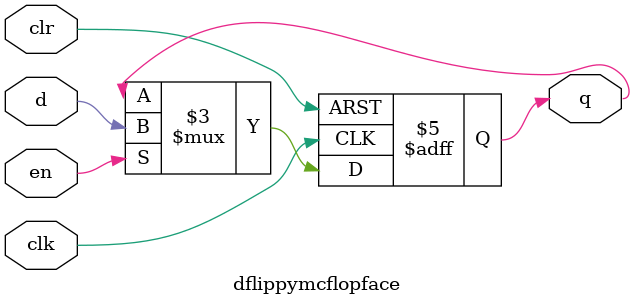
<source format=v>
module dflippymcflopface(d, clk, en, clr, q);
   
   //Inputs
   input d, clk, en, clr;
   
   //Internal wire
   wire clr;

   //Output
   output q;
   
   //Register
   reg q;

   //Intialize q to 0
   initial
   begin
       q = 1'b0;
   end

   //Set value of q on positive edge of the clock or clear
   always @(posedge clk or posedge clr) begin
       //If clear is high, set q to 0
       if (clr) begin
           q <= 1'b0;
       //If enable is high, set q to the value of d
       end else if (en) begin
           q <= d;
       end
   end
endmodule

</source>
